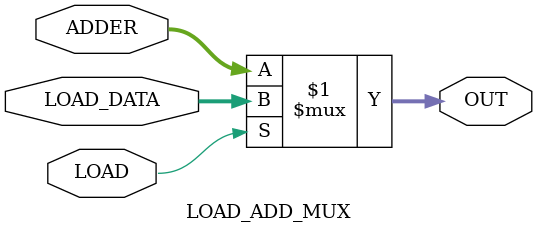
<source format=v>
`timescale 1ns / 1ps
module LOAD_ADD_MUX (
    ADDER ,
	LOAD_DATA ,
	LOAD,
	OUT
   );

	input [15:0] ADDER ;
	input [15:0] LOAD_DATA ;
	input LOAD;
	output [15:0] OUT;
   
	assign OUT = ( (LOAD) ? LOAD_DATA : ADDER ) ;
	
endmodule

</source>
